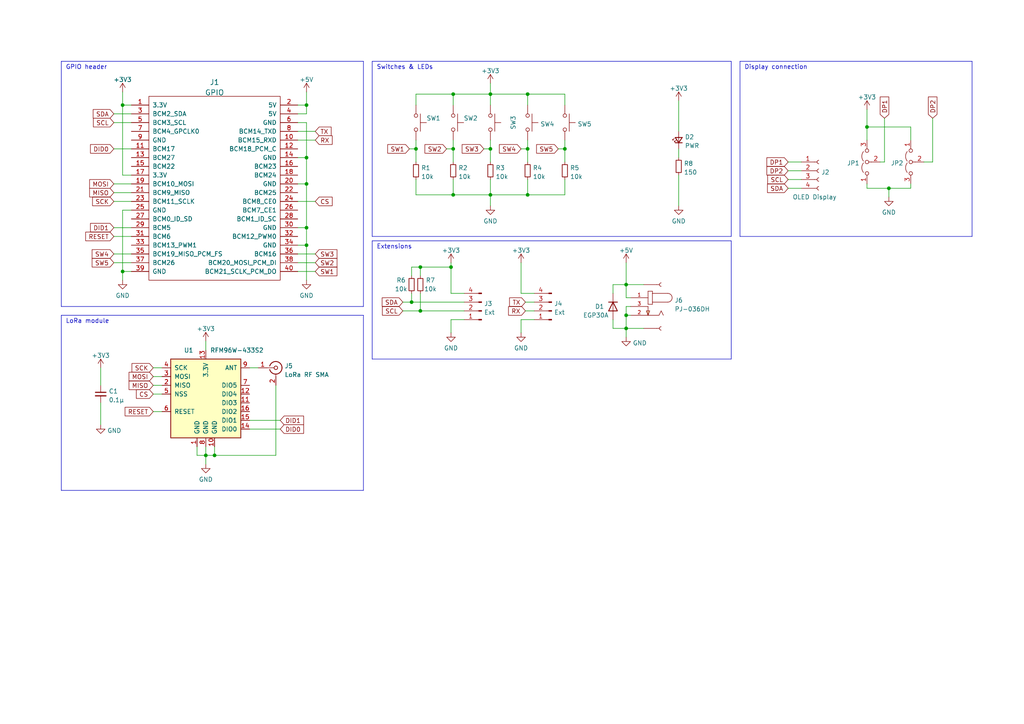
<source format=kicad_sch>
(kicad_sch (version 20230121) (generator eeschema)
  (paper "A4")
  (title_block (title "LoRa Raspberry Pi HAT") (date "2024-09-19") (rev "1.2") (company "SWISS-ARTG"))
  (lib_symbols
    (symbol "Conn_01x01_Female_1" (pin_numbers hide) (pin_names (offset 1.016) hide)
      (property "Reference" "J" (at 0 2.54 0))
      (property "Value" "Conn_01x01_Female_1" (at 0 -2.54 0))
      (symbol "Conn_01x01_Female_1_1_1"
        (polyline (pts (xy -1.27 0) (xy -0.508 0)) (stroke (width 0.1524)))
        (arc (start 0 0.508) (mid -0.5058 0) (end 0 -0.508) (stroke (width 0.1524)))
        (pin passive line (at -5.08 0 0) (length 3.81) (name "Pin_1") (number "1"))
      )
    )
    (symbol "Connector:Conn_01x01_Female" (pin_numbers hide) (pin_names (offset 1.016) hide)
      (property "Reference" "J" (at 0 2.54 0))
      (property "Value" "Conn_01x01_Female" (at 0 -2.54 0))
      (symbol "Conn_01x01_Female_1_1"
        (polyline (pts (xy -1.27 0) (xy -0.508 0)) (stroke (width 0.1524)))
        (arc (start 0 0.508) (mid -0.5058 0) (end 0 -0.508) (stroke (width 0.1524)))
        (pin passive line (at -5.08 0 0) (length 3.81) (name "Pin_1") (number "1"))
      )
    )
    (symbol "Connector:Conn_01x04_Female" (pin_names (offset 1.016) hide)
      (property "Reference" "J" (at 0 5.08 0))
      (property "Value" "Conn_01x04_Female" (at 0 -7.62 0))
      (symbol "Conn_01x04_Female_1_1"
        (arc (start 0 -4.572) (mid -0.5058 -5.08) (end 0 -5.588) (stroke (width 0.1524)))
        (arc (start 0 -2.032) (mid -0.5058 -2.54) (end 0 -3.048) (stroke (width 0.1524)))
        (polyline (pts (xy -1.27 -5.08) (xy -0.508 -5.08)) (stroke (width 0.1524)))
        (polyline (pts (xy -1.27 -2.54) (xy -0.508 -2.54)) (stroke (width 0.1524)))
        (polyline (pts (xy -1.27 0) (xy -0.508 0)) (stroke (width 0.1524)))
        (polyline (pts (xy -1.27 2.54) (xy -0.508 2.54)) (stroke (width 0.1524)))
        (arc (start 0 0.508) (mid -0.5058 0) (end 0 -0.508) (stroke (width 0.1524)))
        (arc (start 0 3.048) (mid -0.5058 2.54) (end 0 2.032) (stroke (width 0.1524)))
        (pin passive line (at -5.08 2.54 0) (length 3.81) (name "Pin_1") (number "1"))
        (pin passive line (at -5.08 0 0) (length 3.81) (name "Pin_2") (number "2"))
        (pin passive line (at -5.08 -2.54 0) (length 3.81) (name "Pin_3") (number "3"))
        (pin passive line (at -5.08 -5.08 0) (length 3.81) (name "Pin_4") (number "4"))
      )
    )
    (symbol "Connector:Conn_01x04_Male" (pin_names (offset 1.016) hide)
      (property "Reference" "J" (at 0 5.08 0))
      (property "Value" "Conn_01x04_Male" (at 0 -7.62 0))
      (symbol "Conn_01x04_Male_1_1"
        (polyline (pts (xy 1.27 -5.08) (xy 0.8636 -5.08)) (stroke (width 0.1524)))
        (polyline (pts (xy 1.27 -2.54) (xy 0.8636 -2.54)) (stroke (width 0.1524)))
        (polyline (pts (xy 1.27 0) (xy 0.8636 0)) (stroke (width 0.1524)))
        (polyline (pts (xy 1.27 2.54) (xy 0.8636 2.54)) (stroke (width 0.1524)))
        (rectangle (start 0.8636 -4.953) (end 0 -5.207) (stroke (width 0.1524)) (fill (type outline)))
        (rectangle (start 0.8636 -2.413) (end 0 -2.667) (stroke (width 0.1524)) (fill (type outline)))
        (rectangle (start 0.8636 0.127) (end 0 -0.127) (stroke (width 0.1524)) (fill (type outline)))
        (rectangle (start 0.8636 2.667) (end 0 2.413) (stroke (width 0.1524)) (fill (type outline)))
        (pin passive line (at 5.08 2.54 180) (length 3.81) (name "Pin_1") (number "1"))
        (pin passive line (at 5.08 0 180) (length 3.81) (name "Pin_2") (number "2"))
        (pin passive line (at 5.08 -2.54 180) (length 3.81) (name "Pin_3") (number "3"))
        (pin passive line (at 5.08 -5.08 180) (length 3.81) (name "Pin_4") (number "4"))
      )
    )
    (symbol "Connector:Conn_Coaxial" (pin_names (offset 1.016) hide)
      (property "Reference" "J" (at 0.254 3.048 0))
      (property "Value" "Conn_Coaxial" (at 2.921 0 90))
      (symbol "Conn_Coaxial_0_1"
        (arc (start -1.778 -0.508) (mid 0.222 -1.808) (end 1.778 0) (stroke (width 0.254)))
        (polyline (pts (xy -2.54 0) (xy -0.508 0)))
        (polyline (pts (xy 0 -2.54) (xy 0 -1.778)))
        (circle (center 0 0) (radius 0.508) (stroke (width 0.2032)))
        (arc (start 1.778 0) (mid 0.222 1.8083) (end -1.778 0.508) (stroke (width 0.254)))
      )
      (symbol "Conn_Coaxial_1_1"
        (pin passive line (at -5.08 0 0) (length 2.54) (name "In") (number "1"))
        (pin passive line (at 0 -5.08 90) (length 2.54) (name "Ext") (number "2"))
      )
    )
    (symbol "Device:C_Small" (pin_numbers hide) (pin_names (offset 0.254) hide)
      (property "Reference" "C" (at 0.254 1.778 0))
      (property "Value" "C_Small" (at 0.254 -2.032 0))
      (symbol "C_Small_0_1"
        (polyline (pts (xy -1.524 -0.508) (xy 1.524 -0.508)) (stroke (width 0.3302)))
        (polyline (pts (xy -1.524 0.508) (xy 1.524 0.508)) (stroke (width 0.3048)))
      )
      (symbol "C_Small_1_1"
        (pin passive line (at 0 2.54 270) (length 2.032) (name "~") (number "1"))
        (pin passive line (at 0 -2.54 90) (length 2.032) (name "~") (number "2"))
      )
    )
    (symbol "Device:LED_Small" (pin_numbers hide) (pin_names (offset 0.254) hide)
      (property "Reference" "D" (at -1.27 3.175 0))
      (property "Value" "LED_Small" (at -4.445 -2.54 0))
      (symbol "LED_Small_0_1"
        (polyline (pts (xy -0.762 -1.016) (xy -0.762 1.016)) (stroke (width 0.254)))
        (polyline (pts (xy 1.016 0) (xy -0.762 0)))
        (polyline (pts (xy 0.762 -1.016) (xy -0.762 0) (xy 0.762 1.016) (xy 0.762 -1.016)) (stroke (width 0.254)))
        (polyline (pts (xy 0 0.762) (xy -0.508 1.27) (xy -0.254 1.27) (xy -0.508 1.27) (xy -0.508 1.016)))
        (polyline (pts (xy 0.508 1.27) (xy 0 1.778) (xy 0.254 1.778) (xy 0 1.778) (xy 0 1.524)))
      )
      (symbol "LED_Small_1_1"
        (pin passive line (at -2.54 0 0) (length 1.778) (name "K") (number "1"))
        (pin passive line (at 2.54 0 180) (length 1.778) (name "A") (number "2"))
      )
    )
    (symbol "Device:R_Small" (pin_numbers hide) (pin_names (offset 0.254) hide)
      (property "Reference" "R" (at 0.762 0.508 0))
      (property "Value" "R_Small" (at 0.762 -1.016 0))
      (symbol "R_Small_0_1"
        (rectangle (start -0.762 1.778) (end 0.762 -1.778) (stroke (width 0.2032)))
      )
      (symbol "R_Small_1_1"
        (pin passive line (at 0 2.54 270) (length 0.762) (name "~") (number "1"))
        (pin passive line (at 0 -2.54 90) (length 0.762) (name "~") (number "2"))
      )
    )
    (symbol "DigiLink-Micro:PJ-036DH" (pin_names (offset 1.016) hide)
      (property "Reference" "J" (at -7.62 5.08 0))
      (property "Value" "PJ-036DH" (at -7.62 -5.08 0))
      (symbol "PJ-036DH_0_0"
        (arc (start -5.715 3.81) (mid -6.9795 2.54) (end -5.715 1.27) (stroke (width 0.1524)))
        (polyline (pts (xy -5.715 3.81) (xy -1.27 3.81)) (stroke (width 0.1524)))
        (polyline (pts (xy -3.81 -1.27) (xy -4.445 -2.54)) (stroke (width 0.1524)))
        (polyline (pts (xy -3.175 -2.54) (xy -3.81 -1.27)) (stroke (width 0.1524)))
        (polyline (pts (xy -1.27 0.635) (xy 0 0.635)) (stroke (width 0.1524)))
        (polyline (pts (xy -1.27 1.27) (xy -5.715 1.27)) (stroke (width 0.1524)))
        (polyline (pts (xy -1.27 1.27) (xy -1.27 0.635)) (stroke (width 0.1524)))
        (polyline (pts (xy -1.27 3.81) (xy -1.27 1.27)) (stroke (width 0.1524)))
        (polyline (pts (xy -1.27 4.445) (xy -1.27 3.81)) (stroke (width 0.1524)))
        (polyline (pts (xy 0 -2.54) (xy -3.175 -2.54)) (stroke (width 0.1524)))
        (polyline (pts (xy 0 0) (xy 0 -2.54)) (stroke (width 0.1524)))
        (polyline (pts (xy 0 0.635) (xy 0 4.445)) (stroke (width 0.1524)))
        (polyline (pts (xy 0 4.445) (xy -1.27 4.445)) (stroke (width 0.1524)))
        (polyline (pts (xy 0 -2.54) (xy -0.508 -1.27) (xy 0.508 -1.27) (xy 0 -2.54)) (stroke (width 0.1524)) (fill (type background)))
        (pin passive line (at 5.08 2.54 180) (length 5.08) (name "~") (number "1"))
        (pin passive line (at 5.08 -2.54 180) (length 5.08) (name "~") (number "2"))
        (pin passive line (at 5.08 0 180) (length 5.08) (name "~") (number "3"))
      )
    )
    (symbol "Diode:1N5400" (pin_numbers hide) (pin_names (offset 1.016) hide)
      (property "Reference" "D" (at 0 2.54 0))
      (property "Value" "1N5400" (at 0 -2.54 0))
      (symbol "1N5400_0_1"
        (polyline (pts (xy -1.27 1.27) (xy -1.27 -1.27)) (stroke (width 0.254)))
        (polyline (pts (xy 1.27 0) (xy -1.27 0)))
        (polyline (pts (xy 1.27 1.27) (xy 1.27 -1.27) (xy -1.27 0) (xy 1.27 1.27)) (stroke (width 0.254)))
      )
      (symbol "1N5400_1_1"
        (pin passive line (at -3.81 0 0) (length 2.54) (name "K") (number "1"))
        (pin passive line (at 3.81 0 180) (length 2.54) (name "A") (number "2"))
      )
    )
    (symbol "Jumper:Jumper_3_Open" (pin_names (offset 0) hide)
      (property "Reference" "JP" (at -2.54 -2.54 0))
      (property "Value" "Jumper_3_Open" (at 0 2.794 0))
      (symbol "Jumper_3_Open_0_0"
        (circle (center -3.302 0) (radius 0.508))
        (circle (center 0 0) (radius 0.508))
        (circle (center 3.302 0) (radius 0.508))
      )
      (symbol "Jumper_3_Open_0_1"
        (arc (start -0.254 1.016) (mid -1.651 1.4992) (end -3.048 1.016))
        (polyline (pts (xy 0 -0.508) (xy 0 -1.27)))
        (arc (start 3.048 1.016) (mid 1.651 1.4992) (end 0.254 1.016))
      )
      (symbol "Jumper_3_Open_1_1"
        (pin passive line (at -6.35 0 0) (length 2.54) (name "A") (number "1"))
        (pin passive line (at 0 -3.81 90) (length 2.54) (name "C") (number "2"))
        (pin passive line (at 6.35 0 180) (length 2.54) (name "B") (number "3"))
      )
    )
    (symbol "LoRa_Hat:RPi_GPIO" (pin_names (offset 1.016))
      (property "Reference" "J" (at 19.05 6.35 0))
      (property "Value" "RPi_GPIO" (at 19.05 3.81 0))
      (symbol "RPi_GPIO_0_1"
        (rectangle (start 0 2.54) (end 38.1 -50.8))
      )
      (symbol "RPi_GPIO_1_1"
        (pin power_in line (at -5.08 0 0) (length 5.08) (name "3.3V") (number "1"))
        (pin bidirectional line (at 43.18 -10.16 180) (length 5.08) (name "BCM15_RXD") (number "10"))
        (pin bidirectional line (at -5.08 -12.7 0) (length 5.08) (name "BCM17") (number "11"))
        (pin bidirectional line (at 43.18 -12.7 180) (length 5.08) (name "BCM18_PCM_C") (number "12"))
        (pin bidirectional line (at -5.08 -15.24 0) (length 5.08) (name "BCM27") (number "13"))
        (pin power_in line (at 43.18 -15.24 180) (length 5.08) (name "GND") (number "14"))
        (pin bidirectional line (at -5.08 -17.78 0) (length 5.08) (name "BCM22") (number "15"))
        (pin bidirectional line (at 43.18 -17.78 180) (length 5.08) (name "BCM23") (number "16"))
        (pin power_in line (at -5.08 -20.32 0) (length 5.08) (name "3.3V") (number "17"))
        (pin bidirectional line (at 43.18 -20.32 180) (length 5.08) (name "BCM24") (number "18"))
        (pin bidirectional line (at -5.08 -22.86 0) (length 5.08) (name "BCM10_MOSI") (number "19"))
        (pin power_in line (at 43.18 0 180) (length 5.08) (name "5V") (number "2"))
        (pin power_in line (at 43.18 -22.86 180) (length 5.08) (name "GND") (number "20"))
        (pin bidirectional line (at -5.08 -25.4 0) (length 5.08) (name "BCM9_MISO") (number "21"))
        (pin bidirectional line (at 43.18 -25.4 180) (length 5.08) (name "BCM25") (number "22"))
        (pin bidirectional line (at -5.08 -27.94 0) (length 5.08) (name "BCM11_SCLK") (number "23"))
        (pin bidirectional line (at 43.18 -27.94 180) (length 5.08) (name "BCM8_CE0") (number "24"))
        (pin power_in line (at -5.08 -30.48 0) (length 5.08) (name "GND") (number "25"))
        (pin bidirectional line (at 43.18 -30.48 180) (length 5.08) (name "BCM7_CE1") (number "26"))
        (pin bidirectional line (at -5.08 -33.02 0) (length 5.08) (name "BCM0_ID_SD") (number "27"))
        (pin bidirectional line (at 43.18 -33.02 180) (length 5.08) (name "BCM1_ID_SC") (number "28"))
        (pin bidirectional line (at -5.08 -35.56 0) (length 5.08) (name "BCM5") (number "29"))
        (pin bidirectional line (at -5.08 -2.54 0) (length 5.08) (name "BCM2_SDA") (number "3"))
        (pin power_in line (at 43.18 -35.56 180) (length 5.08) (name "GND") (number "30"))
        (pin bidirectional line (at -5.08 -38.1 0) (length 5.08) (name "BCM6") (number "31"))
        (pin bidirectional line (at 43.18 -38.1 180) (length 5.08) (name "BCM12_PWM0") (number "32"))
        (pin bidirectional line (at -5.08 -40.64 0) (length 5.08) (name "BCM13_PWM1") (number "33"))
        (pin power_in line (at 43.18 -40.64 180) (length 5.08) (name "GND") (number "34"))
        (pin bidirectional line (at -5.08 -43.18 0) (length 5.08) (name "BCM19_MISO_PCM_FS") (number "35"))
        (pin bidirectional line (at 43.18 -43.18 180) (length 5.08) (name "BCM16") (number "36"))
        (pin bidirectional line (at -5.08 -45.72 0) (length 5.08) (name "BCM26") (number "37"))
        (pin bidirectional line (at 43.18 -45.72 180) (length 5.08) (name "BCM20_MOSI_PCM_DI") (number "38"))
        (pin power_in line (at -5.08 -48.26 0) (length 5.08) (name "GND") (number "39"))
        (pin power_in line (at 43.18 -2.54 180) (length 5.08) (name "5V") (number "4"))
        (pin bidirectional line (at 43.18 -48.26 180) (length 5.08) (name "BCM21_SCLK_PCM_DO") (number "40"))
        (pin bidirectional line (at -5.08 -5.08 0) (length 5.08) (name "BCM3_SCL") (number "5"))
        (pin power_in line (at 43.18 -5.08 180) (length 5.08) (name "GND") (number "6"))
        (pin bidirectional line (at -5.08 -7.62 0) (length 5.08) (name "BCM4_GPCLK0") (number "7"))
        (pin bidirectional line (at 43.18 -7.62 180) (length 5.08) (name "BCM14_TXD") (number "8"))
        (pin power_in line (at -5.08 -10.16 0) (length 5.08) (name "GND") (number "9"))
      )
    )
    (symbol "RF_Module:RFM96W-433S2" (pin_names (offset 1.016))
      (property "Reference" "U" (at -10.414 11.684 0))
      (property "Value" "RFM96W-433S2" (at 1.524 11.43 0))
      (symbol "RFM96W-433S2_0_1"
        (rectangle (start -10.16 10.16) (end 10.16 -12.7) (stroke (width 0.254)) (fill (type background)))
      )
      (symbol "RFM96W-433S2_1_1"
        (pin power_in line (at -2.54 -15.24 90) (length 2.54) (name "GND") (number "1"))
        (pin power_in line (at 2.54 -15.24 90) (length 2.54) (name "GND") (number "10"))
        (pin bidirectional line (at 12.7 -2.54 180) (length 2.54) (name "DIO3") (number "11"))
        (pin bidirectional line (at 12.7 0 180) (length 2.54) (name "DIO4") (number "12"))
        (pin power_in line (at 0 12.7 270) (length 2.54) (name "3.3V") (number "13"))
        (pin bidirectional line (at 12.7 -10.16 180) (length 2.54) (name "DIO0") (number "14"))
        (pin bidirectional line (at 12.7 -7.62 180) (length 2.54) (name "DIO1") (number "15"))
        (pin bidirectional line (at 12.7 -5.08 180) (length 2.54) (name "DIO2") (number "16"))
        (pin output line (at -12.7 2.54 0) (length 2.54) (name "MISO") (number "2"))
        (pin input line (at -12.7 5.08 0) (length 2.54) (name "MOSI") (number "3"))
        (pin input line (at -12.7 7.62 0) (length 2.54) (name "SCK") (number "4"))
        (pin input line (at -12.7 0 0) (length 2.54) (name "NSS") (number "5"))
        (pin bidirectional line (at -12.7 -5.08 0) (length 2.54) (name "RESET") (number "6"))
        (pin bidirectional line (at 12.7 2.54 180) (length 2.54) (name "DIO5") (number "7"))
        (pin power_in line (at 0 -15.24 90) (length 2.54) (name "GND") (number "8"))
        (pin bidirectional line (at 12.7 7.62 180) (length 2.54) (name "ANT") (number "9"))
      )
    )
    (symbol "Switch:SW_Push" (pin_numbers hide) (pin_names (offset 1.016) hide)
      (property "Reference" "SW" (at 1.27 2.54 0))
      (property "Value" "SW_Push" (at 0 -1.524 0))
      (symbol "SW_Push_0_1"
        (circle (center -2.032 0) (radius 0.508))
        (polyline (pts (xy 0 1.27) (xy 0 3.048)))
        (polyline (pts (xy 2.54 1.27) (xy -2.54 1.27)))
        (circle (center 2.032 0) (radius 0.508))
        (pin passive line (at -5.08 0 0) (length 2.54) (name "1") (number "1"))
        (pin passive line (at 5.08 0 180) (length 2.54) (name "2") (number "2"))
      )
    )
    (symbol "power:+3.3V" (power) (pin_names (offset 0))
      (property "Value" "+3.3V" (at 0 3.556 0))
      (symbol "+3.3V_0_1"
        (polyline (pts (xy -0.762 1.27) (xy 0 2.54)))
        (polyline (pts (xy 0 0) (xy 0 2.54)))
        (polyline (pts (xy 0 2.54) (xy 0.762 1.27)))
      )
      (symbol "+3.3V_1_1"
        (pin power_in line (at 0 0 90) (length 0) hide (name "+3V3") (number "1"))
      )
    )
    (symbol "power:+5V" (power) (pin_names (offset 0))
      (property "Value" "+5V" (at 0 3.556 0))
      (symbol "+5V_0_1"
        (polyline (pts (xy -0.762 1.27) (xy 0 2.54)))
        (polyline (pts (xy 0 0) (xy 0 2.54)))
        (polyline (pts (xy 0 2.54) (xy 0.762 1.27)))
      )
      (symbol "+5V_1_1"
        (pin power_in line (at 0 0 90) (length 0) hide (name "+5V") (number "1"))
      )
    )
    (symbol "power:GND" (power) (pin_names (offset 0))
      (property "Value" "GND" (at 0 -3.81 0))
      (symbol "GND_0_1"
        (polyline (pts (xy 0 0) (xy 0 -1.27) (xy 1.27 -1.27) (xy 0 -2.54) (xy -1.27 -1.27) (xy 0 -1.27)))
      )
      (symbol "GND_1_1"
        (pin power_in line (at 0 0 270) (length 0) hide (name "GND") (number "1"))
      )
    )
  )
  (junction (at 62.23 132.08))
  (junction (at 88.9 66.04))
  (junction (at 88.9 30.48))
  (junction (at 181.61 91.44))
  (junction (at 142.24 43.18))
  (junction (at 131.445 27.305))
  (junction (at 142.24 56.515))
  (junction (at 153.035 43.18))
  (junction (at 142.24 27.305))
  (junction (at 121.92 90.17))
  (junction (at 131.445 43.18))
  (junction (at 121.92 77.47))
  (junction (at 153.035 56.515))
  (junction (at 119.38 87.63))
  (junction (at 88.9 53.34))
  (junction (at 153.035 27.305))
  (junction (at 181.61 95.25))
  (junction (at 35.56 78.74))
  (junction (at 59.69 132.08))
  (junction (at 181.61 82.55))
  (junction (at 131.445 56.515))
  (junction (at 120.65 43.18))
  (junction (at 35.56 30.48))
  (junction (at 251.46 36.83))
  (junction (at 257.81 54.61))
  (junction (at 130.81 77.47))
  (junction (at 88.9 45.72))
  (junction (at 163.83 43.18))
  (junction (at 88.9 71.12))
  (wire (pts (xy 86.36 58.42) (xy 91.44 58.42)))
  (wire (pts (xy 151.13 92.71) (xy 154.94 92.71)))
  (wire (pts (xy 153.035 27.305) (xy 153.035 30.48)))
  (wire (pts (xy 118.745 43.18) (xy 120.65 43.18)))
  (wire (pts (xy 59.69 129.54) (xy 59.69 132.08)))
  (wire (pts (xy 86.36 33.02) (xy 88.9 33.02)))
  (wire (pts (xy 88.9 45.72) (xy 88.9 53.34)))
  (wire (pts (xy 119.38 87.63) (xy 134.62 87.63)))
  (wire (pts (xy 177.8 82.55) (xy 181.61 82.55)))
  (polyline (pts (xy 17.78 91.44) (xy 20.32 91.44)))
  (polyline (pts (xy 105.41 91.44) (xy 105.41 142.24)))
  (wire (pts (xy 88.9 33.02) (xy 88.9 30.48)))
  (wire (pts (xy 33.02 55.88) (xy 38.1 55.88)))
  (wire (pts (xy 142.24 27.305) (xy 142.24 30.48)))
  (wire (pts (xy 181.61 82.55) (xy 181.61 86.36)))
  (wire (pts (xy 80.01 132.08) (xy 62.23 132.08)))
  (wire (pts (xy 257.81 54.61) (xy 264.16 54.61)))
  (wire (pts (xy 228.6 49.53) (xy 232.41 49.53)))
  (wire (pts (xy 33.02 43.18) (xy 38.1 43.18)))
  (wire (pts (xy 181.61 82.55) (xy 186.69 82.55)))
  (polyline (pts (xy 107.95 17.78) (xy 212.09 17.78)))
  (wire (pts (xy 120.65 56.515) (xy 131.445 56.515)))
  (wire (pts (xy 35.56 78.74) (xy 38.1 78.74)))
  (wire (pts (xy 153.035 27.305) (xy 163.83 27.305)))
  (wire (pts (xy 142.24 56.515) (xy 153.035 56.515)))
  (wire (pts (xy 142.24 56.515) (xy 142.24 59.69)))
  (wire (pts (xy 182.88 88.9) (xy 181.61 88.9)))
  (wire (pts (xy 35.56 50.8) (xy 38.1 50.8)))
  (wire (pts (xy 35.56 60.96) (xy 35.56 78.74)))
  (wire (pts (xy 251.46 36.83) (xy 251.46 40.64)))
  (wire (pts (xy 120.65 43.18) (xy 120.65 46.99)))
  (wire (pts (xy 121.92 77.47) (xy 130.81 77.47)))
  (wire (pts (xy 140.335 43.18) (xy 142.24 43.18)))
  (polyline (pts (xy 212.09 17.78) (xy 212.09 68.58)))
  (wire (pts (xy 257.81 54.61) (xy 257.81 57.15)))
  (wire (pts (xy 88.9 35.56) (xy 88.9 45.72)))
  (wire (pts (xy 59.69 132.08) (xy 59.69 134.62)))
  (wire (pts (xy 119.38 80.01) (xy 119.38 77.47)))
  (wire (pts (xy 72.39 121.92) (xy 81.28 121.92)))
  (wire (pts (xy 35.56 30.48) (xy 38.1 30.48)))
  (polyline (pts (xy 214.63 68.58) (xy 214.63 17.78)))
  (wire (pts (xy 251.46 53.34) (xy 251.46 54.61)))
  (wire (pts (xy 251.46 31.75) (xy 251.46 36.83)))
  (wire (pts (xy 33.02 33.02) (xy 38.1 33.02)))
  (wire (pts (xy 121.92 85.09) (xy 121.92 90.17)))
  (wire (pts (xy 142.24 27.305) (xy 153.035 27.305)))
  (wire (pts (xy 130.81 96.52) (xy 130.81 92.71)))
  (polyline (pts (xy 19.05 17.78) (xy 105.41 17.78)))
  (wire (pts (xy 255.27 46.99) (xy 256.54 46.99)))
  (polyline (pts (xy 212.09 104.14) (xy 107.95 104.14)))
  (wire (pts (xy 130.81 92.71) (xy 134.62 92.71)))
  (wire (pts (xy 86.36 30.48) (xy 88.9 30.48)))
  (wire (pts (xy 163.83 43.18) (xy 163.83 46.99)))
  (wire (pts (xy 196.85 29.21) (xy 196.85 38.1)))
  (wire (pts (xy 86.36 71.12) (xy 88.9 71.12)))
  (wire (pts (xy 33.02 58.42) (xy 38.1 58.42)))
  (wire (pts (xy 33.02 53.34) (xy 38.1 53.34)))
  (wire (pts (xy 153.035 40.64) (xy 153.035 43.18)))
  (polyline (pts (xy 217.17 17.78) (xy 281.94 17.78)))
  (wire (pts (xy 264.16 54.61) (xy 264.16 53.34)))
  (wire (pts (xy 33.02 68.58) (xy 38.1 68.58)))
  (wire (pts (xy 119.38 85.09) (xy 119.38 87.63)))
  (wire (pts (xy 152.4 90.17) (xy 154.94 90.17)))
  (wire (pts (xy 35.56 30.48) (xy 35.56 50.8)))
  (polyline (pts (xy 17.78 17.78) (xy 19.05 17.78)))
  (polyline (pts (xy 105.41 88.9) (xy 17.78 88.9)))
  (wire (pts (xy 196.85 50.8) (xy 196.85 59.69)))
  (wire (pts (xy 228.6 52.07) (xy 232.41 52.07)))
  (wire (pts (xy 181.61 76.2) (xy 181.61 82.55)))
  (wire (pts (xy 86.36 45.72) (xy 88.9 45.72)))
  (wire (pts (xy 116.84 90.17) (xy 121.92 90.17)))
  (wire (pts (xy 88.9 66.04) (xy 88.9 71.12)))
  (wire (pts (xy 151.13 43.18) (xy 153.035 43.18)))
  (polyline (pts (xy 212.09 69.85) (xy 212.09 104.14)))
  (wire (pts (xy 88.9 30.48) (xy 88.9 26.67)))
  (wire (pts (xy 142.24 40.64) (xy 142.24 43.18)))
  (wire (pts (xy 151.13 85.09) (xy 154.94 85.09)))
  (polyline (pts (xy 105.41 17.78) (xy 105.41 88.9)))
  (wire (pts (xy 120.65 52.07) (xy 120.65 56.515)))
  (polyline (pts (xy 20.32 91.44) (xy 105.41 91.44)))
  (wire (pts (xy 256.54 46.99) (xy 256.54 34.29)))
  (polyline (pts (xy 214.63 17.78) (xy 217.17 17.78)))
  (wire (pts (xy 181.61 86.36) (xy 182.88 86.36)))
  (wire (pts (xy 151.13 96.52) (xy 151.13 92.71)))
  (wire (pts (xy 181.61 95.25) (xy 181.61 97.79)))
  (wire (pts (xy 121.92 77.47) (xy 121.92 80.01)))
  (wire (pts (xy 153.035 43.18) (xy 153.035 46.99)))
  (wire (pts (xy 163.83 40.64) (xy 163.83 43.18)))
  (wire (pts (xy 72.39 124.46) (xy 81.28 124.46)))
  (wire (pts (xy 177.8 92.71) (xy 177.8 95.25)))
  (polyline (pts (xy 107.95 69.85) (xy 130.81 69.85)))
  (wire (pts (xy 33.02 35.56) (xy 38.1 35.56)))
  (wire (pts (xy 142.24 43.18) (xy 142.24 46.99)))
  (wire (pts (xy 116.84 87.63) (xy 119.38 87.63)))
  (wire (pts (xy 86.36 76.2) (xy 91.44 76.2)))
  (wire (pts (xy 35.56 81.28) (xy 35.56 78.74)))
  (wire (pts (xy 44.45 119.38) (xy 46.99 119.38)))
  (wire (pts (xy 62.23 132.08) (xy 59.69 132.08)))
  (wire (pts (xy 131.445 40.64) (xy 131.445 43.18)))
  (polyline (pts (xy 107.95 104.14) (xy 107.95 69.85)))
  (wire (pts (xy 120.65 40.64) (xy 120.65 43.18)))
  (wire (pts (xy 131.445 27.305) (xy 142.24 27.305)))
  (wire (pts (xy 181.61 91.44) (xy 182.88 91.44)))
  (wire (pts (xy 86.36 66.04) (xy 88.9 66.04)))
  (wire (pts (xy 44.45 106.68) (xy 46.99 106.68)))
  (wire (pts (xy 29.21 106.68) (xy 29.21 111.76)))
  (wire (pts (xy 177.8 85.09) (xy 177.8 82.55)))
  (wire (pts (xy 163.83 27.305) (xy 163.83 30.48)))
  (wire (pts (xy 130.81 76.2) (xy 130.81 77.47)))
  (wire (pts (xy 153.035 52.07) (xy 153.035 56.515)))
  (wire (pts (xy 35.56 26.67) (xy 35.56 30.48)))
  (wire (pts (xy 181.61 91.44) (xy 181.61 95.25)))
  (wire (pts (xy 161.925 43.18) (xy 163.83 43.18)))
  (polyline (pts (xy 17.78 88.9) (xy 17.78 17.78)))
  (wire (pts (xy 86.36 35.56) (xy 88.9 35.56)))
  (wire (pts (xy 142.24 52.07) (xy 142.24 56.515)))
  (wire (pts (xy 72.39 106.68) (xy 74.93 106.68)))
  (wire (pts (xy 33.02 76.2) (xy 38.1 76.2)))
  (polyline (pts (xy 17.78 91.44) (xy 17.78 142.24)))
  (wire (pts (xy 86.36 78.74) (xy 91.44 78.74)))
  (wire (pts (xy 251.46 36.83) (xy 264.16 36.83)))
  (wire (pts (xy 228.6 46.99) (xy 232.41 46.99)))
  (wire (pts (xy 129.54 43.18) (xy 131.445 43.18)))
  (wire (pts (xy 120.65 30.48) (xy 120.65 27.305)))
  (wire (pts (xy 152.4 87.63) (xy 154.94 87.63)))
  (wire (pts (xy 62.23 129.54) (xy 62.23 132.08)))
  (wire (pts (xy 88.9 71.12) (xy 88.9 81.28)))
  (wire (pts (xy 130.81 77.47) (xy 130.81 85.09)))
  (wire (pts (xy 267.97 46.99) (xy 270.51 46.99)))
  (wire (pts (xy 86.36 38.1) (xy 91.44 38.1)))
  (wire (pts (xy 153.035 56.515) (xy 163.83 56.515)))
  (wire (pts (xy 33.02 73.66) (xy 38.1 73.66)))
  (polyline (pts (xy 212.09 68.58) (xy 107.95 68.58)))
  (polyline (pts (xy 107.95 17.78) (xy 107.95 68.58)))
  (wire (pts (xy 251.46 54.61) (xy 257.81 54.61)))
  (wire (pts (xy 33.02 66.04) (xy 38.1 66.04)))
  (wire (pts (xy 86.36 40.64) (xy 91.44 40.64)))
  (wire (pts (xy 86.36 53.34) (xy 88.9 53.34)))
  (wire (pts (xy 151.13 76.2) (xy 151.13 85.09)))
  (wire (pts (xy 29.21 116.84) (xy 29.21 123.19)))
  (wire (pts (xy 130.81 85.09) (xy 134.62 85.09)))
  (wire (pts (xy 131.445 52.07) (xy 131.445 56.515)))
  (wire (pts (xy 44.45 114.3) (xy 46.99 114.3)))
  (wire (pts (xy 44.45 111.76) (xy 46.99 111.76)))
  (wire (pts (xy 119.38 77.47) (xy 121.92 77.47)))
  (wire (pts (xy 228.6 54.61) (xy 232.41 54.61)))
  (wire (pts (xy 270.51 46.99) (xy 270.51 34.29)))
  (wire (pts (xy 181.61 88.9) (xy 181.61 91.44)))
  (wire (pts (xy 59.69 132.08) (xy 57.15 132.08)))
  (polyline (pts (xy 281.94 17.78) (xy 281.94 68.58)))
  (wire (pts (xy 196.85 43.18) (xy 196.85 45.72)))
  (wire (pts (xy 121.92 90.17) (xy 134.62 90.17)))
  (wire (pts (xy 120.65 27.305) (xy 131.445 27.305)))
  (polyline (pts (xy 105.41 142.24) (xy 17.78 142.24)))
  (wire (pts (xy 163.83 52.07) (xy 163.83 56.515)))
  (wire (pts (xy 57.15 132.08) (xy 57.15 129.54)))
  (wire (pts (xy 88.9 53.34) (xy 88.9 66.04)))
  (wire (pts (xy 177.8 95.25) (xy 181.61 95.25)))
  (wire (pts (xy 131.445 43.18) (xy 131.445 46.99)))
  (wire (pts (xy 131.445 27.305) (xy 131.445 30.48)))
  (wire (pts (xy 59.69 98.933) (xy 59.69 101.6)))
  (wire (pts (xy 38.1 60.96) (xy 35.56 60.96)))
  (polyline (pts (xy 130.81 69.85) (xy 212.09 69.85)))
  (wire (pts (xy 131.445 56.515) (xy 142.24 56.515)))
  (wire (pts (xy 142.24 24.13) (xy 142.24 27.305)))
  (wire (pts (xy 181.61 95.25) (xy 186.69 95.25)))
  (wire (pts (xy 264.16 36.83) (xy 264.16 40.64)))
  (wire (pts (xy 44.45 109.22) (xy 46.99 109.22)))
  (wire (pts (xy 86.36 73.66) (xy 91.44 73.66)))
  (polyline (pts (xy 281.94 68.58) (xy 214.63 68.58)))
  (wire (pts (xy 80.01 111.76) (xy 80.01 132.08)))
  (text "LoRa module" (at 19.05 93.98 0) (effects (font (size 1.27 1.27)) (justify left bottom)))
  (text "GPIO header" (at 19.05 20.32 0) (effects (font (size 1.27 1.27)) (justify left bottom)))
  (text "Switches & LEDs" (at 109.22 20.32 0) (effects (font (size 1.27 1.27)) (justify left bottom)))
  (text "Display connection" (at 215.9 20.32 0) (effects (font (size 1.27 1.27)) (justify left bottom)))
  (text "Extensions" (at 109.22 72.39 0) (effects (font (size 1.27 1.27)) (justify left bottom)))
  (global_label "SDA" (shape input) (at 116.84 87.63 180) (property "Intersheetrefs" "${INTERSHEET_REFS}" (effects hide)))
  (global_label "MOSI" (shape input) (at 44.45 109.22 180) (property "Intersheetrefs" "${INTERSHEET_REFS}" (effects hide)))
  (global_label "RX" (shape input) (at 91.44 40.64 0) (property "Intersheetrefs" "${INTERSHEET_REFS}" (effects hide)))
  (global_label "SCL" (shape input) (at 228.6 52.07 180) (property "Intersheetrefs" "${INTERSHEET_REFS}" (effects hide)))
  (global_label "CS" (shape input) (at 91.44 58.42 0) (property "Intersheetrefs" "${INTERSHEET_REFS}" (effects hide)))
  (global_label "MOSI" (shape input) (at 33.02 53.34 180) (property "Intersheetrefs" "${INTERSHEET_REFS}" (effects hide)))
  (global_label "DP1" (shape input) (at 228.6 46.99 180) (property "Intersheetrefs" "${INTERSHEET_REFS}" (effects hide)))
  (global_label "SDA" (shape input) (at 33.02 33.02 180) (property "Intersheetrefs" "${INTERSHEET_REFS}" (effects hide)))
  (global_label "DID0" (shape input) (at 33.02 43.18 180) (property "Intersheetrefs" "${INTERSHEET_REFS}" (effects hide)))
  (global_label "SCK" (shape input) (at 33.02 58.42 180) (property "Intersheetrefs" "${INTERSHEET_REFS}" (effects hide)))
  (global_label "DID0" (shape input) (at 81.28 124.46 0) (property "Intersheetrefs" "${INTERSHEET_REFS}" (effects hide)))
  (global_label "DP2" (shape input) (at 228.6 49.53 180) (property "Intersheetrefs" "${INTERSHEET_REFS}" (effects hide)))
  (global_label "CS" (shape input) (at 44.45 114.3 180) (property "Intersheetrefs" "${INTERSHEET_REFS}" (effects hide)))
  (global_label "SCL" (shape input) (at 116.84 90.17 180) (property "Intersheetrefs" "${INTERSHEET_REFS}" (effects hide)))
  (global_label "SW3" (shape input) (at 91.44 73.66 0) (property "Intersheetrefs" "${INTERSHEET_REFS}" (effects hide)))
  (global_label "SW5" (shape input) (at 33.02 76.2 180) (property "Intersheetrefs" "${INTERSHEET_REFS}" (effects hide)))
  (global_label "SW2" (shape input) (at 129.54 43.18 180) (property "Intersheetrefs" "${INTERSHEET_REFS}" (effects hide)))
  (global_label "SCK" (shape input) (at 44.45 106.68 180) (property "Intersheetrefs" "${INTERSHEET_REFS}" (effects hide)))
  (global_label "SW1" (shape input) (at 91.44 78.74 0) (property "Intersheetrefs" "${INTERSHEET_REFS}" (effects hide)))
  (global_label "RX" (shape input) (at 152.4 90.17 180) (property "Intersheetrefs" "${INTERSHEET_REFS}" (effects hide)))
  (global_label "SCL" (shape input) (at 33.02 35.56 180) (property "Intersheetrefs" "${INTERSHEET_REFS}" (effects hide)))
  (global_label "RESET" (shape input) (at 44.45 119.38 180) (property "Intersheetrefs" "${INTERSHEET_REFS}" (effects hide)))
  (global_label "TX" (shape input) (at 91.44 38.1 0) (property "Intersheetrefs" "${INTERSHEET_REFS}" (effects hide)))
  (global_label "SW5" (shape input) (at 161.925 43.18 180) (property "Intersheetrefs" "${INTERSHEET_REFS}" (effects hide)))
  (global_label "TX" (shape input) (at 152.4 87.63 180) (property "Intersheetrefs" "${INTERSHEET_REFS}" (effects hide)))
  (global_label "MISO" (shape input) (at 44.45 111.76 180) (property "Intersheetrefs" "${INTERSHEET_REFS}" (effects hide)))
  (global_label "SW4" (shape input) (at 151.13 43.18 180) (property "Intersheetrefs" "${INTERSHEET_REFS}" (effects hide)))
  (global_label "SW1" (shape input) (at 118.745 43.18 180) (property "Intersheetrefs" "${INTERSHEET_REFS}" (effects hide)))
  (global_label "SW3" (shape input) (at 140.335 43.18 180) (property "Intersheetrefs" "${INTERSHEET_REFS}" (effects hide)))
  (global_label "DP1" (shape input) (at 256.54 34.29 90) (property "Intersheetrefs" "${INTERSHEET_REFS}" (effects hide)))
  (global_label "SW4" (shape input) (at 33.02 73.66 180) (property "Intersheetrefs" "${INTERSHEET_REFS}" (effects hide)))
  (global_label "MISO" (shape input) (at 33.02 55.88 180) (property "Intersheetrefs" "${INTERSHEET_REFS}" (effects hide)))
  (global_label "DID1" (shape input) (at 33.02 66.04 180) (property "Intersheetrefs" "${INTERSHEET_REFS}" (effects hide)))
  (global_label "RESET" (shape input) (at 33.02 68.58 180) (property "Intersheetrefs" "${INTERSHEET_REFS}" (effects hide)))
  (global_label "SW2" (shape input) (at 91.44 76.2 0) (property "Intersheetrefs" "${INTERSHEET_REFS}" (effects hide)))
  (global_label "SDA" (shape input) (at 228.6 54.61 180) (property "Intersheetrefs" "${INTERSHEET_REFS}" (effects hide)))
  (global_label "DP2" (shape input) (at 270.51 34.29 90) (property "Intersheetrefs" "${INTERSHEET_REFS}" (effects hide)))
  (global_label "DID1" (shape input) (at 81.28 121.92 0) (property "Intersheetrefs" "${INTERSHEET_REFS}" (effects hide)))
  (symbol (lib_id "Connector:Conn_01x04_Male") (at 160.02 90.17 180) (unit 1)
    (property "Reference" "J4" (at 160.7312 88.0653 0) (effects (justify right)))
    (property "Value" "Ext" (at 160.7312 90.6022 0) (effects (justify right)))
    (property "Footprint" "Connector_PinHeader_2.54mm:PinHeader_1x04_P2.54mm_Horizontal" (effects hide))
    (property "Price" "0.23" (effects hide))
    (property "Digikey Part No." "952-1965-ND" (effects hide))
    (property "MANUFACTURER" "Harwin" (effects hide))
    (property "Manufacturer Part No." "M20-9750446" (effects hide))
    (property "Mouser Part No." "855-M20-9750446" (effects hide))
  )
  (symbol (lib_id "Device:R_Small") (at 163.83 49.53 0) (unit 1)
    (property "Reference" "R5" (at 165.3286 48.6953 0) (effects (justify left)))
    (property "Value" "10k" (at 165.3286 51.2322 0) (effects (justify left)))
    (property "Footprint" "Footprints:R_Axial_DIN0207_L6.3mm_D2.5mm_P7.62mm_Horizontal" (effects hide))
    (property "LCSC Part Number" "C25819" (effects hide))
    (property "Price" "0.10" (effects hide))
    (property "Digikey Part No." "A105985CT-ND" (effects hide))
    (property "MANUFACTURER" "TE Connectivity" (effects hide))
    (property "Manufacturer Part No." "CFR25J10K" (effects hide))
    (property "Mouser Part No." "279-CFR25J10K" (effects hide))
  )
  (symbol (lib_id "Switch:SW_Push") (at 142.24 35.56 270) (unit 1)
    (property "Reference" "SW3" (at 148.8608 35.56 0))
    (property "Value" "SW_Push" (effects hide))
    (property "Footprint" "Button_Switch_THT:SW_PUSH_6mm_H4.3mm" (effects hide))
    (property "Price" "0.10" (effects hide))
    (property "Digikey Part No." "2223-TS02-66-50-BK-100-SCR-D-ND" (effects hide))
    (property "MANUFACTURER" "CUI Devices" (effects hide))
    (property "Manufacturer Part No." "TS02-66-50-BK-100-SCR-D " (effects hide))
    (property "Mouser Part No." "179-TS026650BK100SCR" (effects hide))
  )
  (symbol (lib_id "Jumper:Jumper_3_Open") (at 251.46 46.99 90) (unit 1)
    (property "Reference" "JP1" (at 249.3258 47.3068 90) (effects (justify left)))
    (property "Value" "Jumper_3_Bridged12" (effects hide))
    (property "Footprint" "Jumper:SolderJumper-3_P1.3mm_Open_RoundedPad1.0x1.5mm" (effects hide))
    (property "MANUFACTURER" "PCB pads" (effects hide))
  )
  (symbol (lib_id "Device:R_Small") (at 119.38 82.55 0) (unit 1)
    (property "Reference" "R6" (at 116.332 81.28 0))
    (property "Value" "10k" (at 116.332 83.82 0))
    (property "Footprint" "Footprints:R_Axial_DIN0207_L6.3mm_D2.5mm_P7.62mm_Horizontal" (effects hide))
    (property "LCSC Part Number" "C25804" (effects hide))
    (property "Price" "0.10" (effects hide))
    (property "Digikey Part No." "A105985CT-ND" (effects hide))
    (property "MANUFACTURER" "TE Connectivity" (effects hide))
    (property "Manufacturer Part No." "CFR25J10K" (effects hide))
    (property "Mouser Part No." "279-CFR25J10K" (effects hide))
  )
  (symbol (lib_id "power:GND") (at 181.61 97.79 0) (mirror y) (unit 1)
    (property "Reference" "#PWR0115" (effects hide))
    (property "Value" "GND" (at 183.515 99.4938 0) (effects (justify right)))
  )
  (symbol (lib_id "power:GND") (at 35.56 81.28 0) (unit 1)
    (property "Reference" "#PWR0105" (effects hide))
    (property "Value" "GND" (at 35.56 85.7234 0))
  )
  (symbol (lib_id "power:+5V") (at 88.9 26.67 0) (unit 1)
    (property "Reference" "#PWR0111" (effects hide))
    (property "Value" "+5V" (at 88.9 23.0942 0))
  )
  (symbol (lib_id "Device:R_Small") (at 120.65 49.53 0) (unit 1)
    (property "Reference" "R1" (at 122.1486 48.6953 0) (effects (justify left)))
    (property "Value" "10k" (at 122.1486 51.2322 0) (effects (justify left)))
    (property "Footprint" "Footprints:R_Axial_DIN0207_L6.3mm_D2.5mm_P7.62mm_Horizontal" (effects hide))
    (property "LCSC Part Number" "C25819" (effects hide))
    (property "Price" "0.10" (effects hide))
    (property "Digikey Part No." "A105985CT-ND" (effects hide))
    (property "MANUFACTURER" "TE Connectivity" (effects hide))
    (property "Manufacturer Part No." "CFR25J10K" (effects hide))
    (property "Mouser Part No." "279-CFR25J10K" (effects hide))
  )
  (symbol (lib_id "power:GND") (at 257.81 57.15 0) (unit 1)
    (property "Reference" "#PWR0103" (effects hide))
    (property "Value" "GND" (at 257.81 61.5934 0))
  )
  (symbol (lib_id "LoRa_Hat:RPi_GPIO") (at 43.18 30.48 0) (unit 1)
    (property "Reference" "J1" (at 62.23 23.8559 0) (effects (font (size 1.524 1.524))))
    (property "Value" "GPIO" (at 62.23 26.8493 0) (effects (font (size 1.524 1.524))))
    (property "Footprint" "Connector_PinSocket_2.54mm:PinSocket_2x20_P2.54mm_Vertical" (effects hide))
    (property "Price" "2.20" (effects hide))
    (property "Digikey Part No." "S6104-ND" (effects hide))
    (property "MANUFACTURER" "Wurth Electronics / TE Connectivity AMP Connectors" (effects hide))
    (property "Manufacturer Part No." "61304021821 / PPTC202LFBN-RC" (effects hide))
    (property "Mouser Part No." "710-61304021821" (effects hide))
  )
  (symbol (lib_id "Jumper:Jumper_3_Open") (at 264.16 46.99 90) (mirror x) (unit 1)
    (property "Reference" "JP2" (at 262.0258 47.3068 90) (effects (justify left)))
    (property "Value" "Jumper_3_Bridged12" (effects hide))
    (property "Footprint" "Jumper:SolderJumper-3_P1.3mm_Open_RoundedPad1.0x1.5mm" (effects hide))
    (property "MANUFACTURER" "PCB pads" (effects hide))
  )
  (symbol (lib_id "power:+3.3V") (at 59.69 98.933 0) (unit 1)
    (property "Reference" "#PWR0108" (effects hide))
    (property "Value" "+3.3V" (at 59.69 95.3572 0))
  )
  (symbol (lib_id "Connector:Conn_01x01_Female") (at 191.77 95.25 0) (unit 1)
    (property "Reference" "J8" (effects hide))
    (property "Value" "Conn_01x01_Female" (effects hide))
    (property "Footprint" "Footprints:SolderWire" (effects hide))
    (property "MANUFACTURER" "PCB pads" (effects hide))
  )
  (symbol (lib_id "Device:LED_Small") (at 196.85 40.64 90) (unit 1)
    (property "Reference" "D2" (at 198.628 39.7418 90) (effects (justify right)))
    (property "Value" "PWR" (at 198.628 42.2787 90) (effects (justify right)))
    (property "Footprint" "Footprints:LED_D3.0mm" (effects hide))
    (property "Price" "0.55" (effects hide))
    (property "Digikey Part No." "751-1101-ND" (effects hide))
    (property "MANUFACTURER" "Vishay Semiconductors" (effects hide))
    (property "Manufacturer Part No." "TLHG4405" (effects hide))
    (property "Mouser Part No." "78-TLHG4405" (effects hide))
  )
  (symbol (lib_id "power:GND") (at 59.69 134.62 0) (unit 1)
    (property "Reference" "#PWR0107" (effects hide))
    (property "Value" "GND" (at 59.69 139.0634 0))
  )
  (symbol (lib_id "power:+3.3V") (at 29.21 106.68 0) (unit 1)
    (property "Reference" "#PWR0109" (effects hide))
    (property "Value" "+3.3V" (at 29.21 103.1042 0))
  )
  (symbol (lib_id "power:GND") (at 196.85 59.69 0) (unit 1)
    (property "Reference" "#PWR0112" (effects hide))
    (property "Value" "GND" (at 196.85 64.1334 0))
  )
  (symbol (lib_id "power:+5V") (at 181.61 76.2 0) (unit 1)
    (property "Reference" "#PWR0114" (effects hide))
    (property "Value" "+5V" (at 181.61 72.6242 0))
  )
  (symbol (lib_id "Switch:SW_Push") (at 163.83 35.56 270) (unit 1)
    (property "Reference" "SW5" (at 167.513 35.9938 90) (effects (justify left)))
    (property "Value" "SW_Push" (effects hide))
    (property "Footprint" "Button_Switch_THT:SW_PUSH_6mm_H4.3mm" (effects hide))
    (property "Price" "0.10" (effects hide))
    (property "Digikey Part No." "2223-TS02-66-50-BK-100-SCR-D-ND" (effects hide))
    (property "MANUFACTURER" "CUI Devices" (effects hide))
    (property "Manufacturer Part No." "TS02-66-50-BK-100-SCR-D " (effects hide))
    (property "Mouser Part No." "179-TS026650BK100SCR" (effects hide))
  )
  (symbol (lib_id "power:GND") (at 142.24 59.69 0) (unit 1)
    (property "Reference" "#PWR0101" (effects hide))
    (property "Value" "GND" (at 142.24 64.1334 0))
  )
  (symbol (lib_id "Device:R_Small") (at 121.92 82.55 0) (unit 1)
    (property "Reference" "R7" (at 124.841 81.28 0))
    (property "Value" "10k" (at 124.841 83.82 0))
    (property "Footprint" "Footprints:R_Axial_DIN0207_L6.3mm_D2.5mm_P7.62mm_Horizontal" (effects hide))
    (property "LCSC Part Number" "C25804" (effects hide))
    (property "Price" "0.10" (effects hide))
    (property "Digikey Part No." "A105985CT-ND" (effects hide))
    (property "MANUFACTURER" "TE Connectivity" (effects hide))
    (property "Manufacturer Part No." "CFR25J10K" (effects hide))
    (property "Mouser Part No." "279-CFR25J10K" (effects hide))
  )
  (symbol (lib_id "power:GND") (at 151.13 96.52 0) (unit 1)
    (property "Reference" "#PWR0117" (effects hide))
    (property "Value" "GND" (at 151.13 100.9634 0))
  )
  (symbol (lib_id "Device:C_Small") (at 29.21 114.3 0) (unit 1)
    (property "Reference" "C1" (at 31.5341 113.4716 0) (effects (justify left)))
    (property "Value" "0.1µ" (at 31.5341 116.0085 0) (effects (justify left)))
    (property "Footprint" "Capacitor_THT:C_Disc_D3.8mm_W2.6mm_P2.50mm" (effects hide))
    (property "LCSC Part Number" "C14663" (effects hide))
    (property "Price" "0.5" (effects hide))
    (property "Digikey Part No." "490-11885-ND" (effects hide))
    (property "MANUFACTURER" "Murata Electronics" (effects hide))
    (property "Manufacturer Part No." "RCER71H104K0A2H03B" (effects hide))
    (property "Mouser Part No." "81-RCER71H104K0A2H3B" (effects hide))
  )
  (symbol (lib_id "power:+3.3V") (at 35.56 26.67 0) (unit 1)
    (property "Reference" "#PWR0106" (effects hide))
    (property "Value" "+3.3V" (at 35.56 23.0942 0))
  )
  (symbol (lib_id "power:+3.3V") (at 151.13 76.2 0) (unit 1)
    (property "Reference" "#PWR0118" (effects hide))
    (property "Value" "+3.3V" (at 151.13 72.6242 0))
  )
  (symbol (lib_id "Connector:Conn_Coaxial") (at 80.01 106.68 0) (unit 1)
    (property "Reference" "J5" (at 82.5501 106.1385 0) (effects (justify left)))
    (property "Value" "LoRa RF SMA" (at 82.5501 108.6754 0) (effects (justify left)))
    (property "Footprint" "Footprints:SMA_RFSolutions_EDGE" (effects hide))
    (property "Datasheet" " ~" (effects hide))
    (property "MANUFACTURER" "Im Bausatz" (effects hide))
  )
  (symbol (lib_id "DigiLink-Micro:PJ-036DH") (at 187.96 88.9 0) (mirror y) (unit 1)
    (property "Reference" "J6" (at 195.6562 87.1128 0) (effects (justify right)))
    (property "Value" "PJ-036DH" (at 195.6562 89.6497 0) (effects (justify right)))
    (property "Footprint" "Footprints:PJ-036DH" (effects hide))
    (property "MANUFACTURER" "CUI Devices" (effects hide))
    (property "STANDARD" "Manufacturer recommendations" (effects hide))
    (property "Digikey Part No." "CP-036DH-ND" (effects hide))
    (property "Manufacturer Part No." "PJ-036DH" (effects hide))
    (property "Mouser Part No." "490-PJ-036DH" (effects hide))
    (property "Price" "0.75" (effects hide))
  )
  (symbol (lib_id "power:GND") (at 29.21 123.19 0) (mirror y) (unit 1)
    (property "Reference" "#PWR0110" (effects hide))
    (property "Value" "GND" (at 31.115 124.8938 0) (effects (justify right)))
  )
  (symbol (lib_id "Device:R_Small") (at 196.85 48.26 180) (unit 1)
    (property "Reference" "R8" (at 198.3486 47.4253 0) (effects (justify right)))
    (property "Value" "150" (at 198.3486 49.9622 0) (effects (justify right)))
    (property "Footprint" "Footprints:R_Axial_DIN0207_L6.3mm_D2.5mm_P7.62mm_Horizontal" (effects hide))
    (property "LCSC Part Number" "C4177" (effects hide))
    (property "Price" "0.10" (effects hide))
    (property "Digikey Part No." "150XBK-ND" (effects hide))
    (property "MANUFACTURER" "YAGEO" (effects hide))
    (property "Manufacturer Part No." "MFR-25FBF52-150R" (effects hide))
    (property "Mouser Part No." "603-MFR-25FBF52-150R" (effects hide))
  )
  (symbol (lib_id "RF_Module:RFM96W-433S2") (at 59.69 114.3 0) (unit 1)
    (property "Reference" "U1" (at 53.34 101.6 0) (effects (justify left)))
    (property "Value" "RFM96W-433S2" (at 60.96 101.6 0) (effects (justify left)))
    (property "Footprint" "RF_Module:HOPERF_RFM9XW_SMD" (effects hide))
    (property "Datasheet" "https://www.hoperf.com/data/upload/portal/20181127/5bfcc0ac60235.pdf" (effects hide))
    (property "MANUFACTURER" "Im Bausatz" (effects hide))
  )
  (symbol (lib_id "power:+3.3V") (at 251.46 31.75 0) (unit 1)
    (property "Reference" "#PWR0121" (effects hide))
    (property "Value" "+3.3V" (at 251.46 28.1742 0))
  )
  (symbol (lib_id "Connector:Conn_01x04_Male") (at 139.7 90.17 180) (unit 1)
    (property "Reference" "J3" (at 140.4112 88.0653 0) (effects (justify right)))
    (property "Value" "Ext" (at 140.4112 90.6022 0) (effects (justify right)))
    (property "Footprint" "Connector_PinHeader_2.54mm:PinHeader_1x04_P2.54mm_Horizontal" (effects hide))
    (property "Price" "0.23" (effects hide))
    (property "Digikey Part No." "952-1965-ND" (effects hide))
    (property "MANUFACTURER" "Harwin" (effects hide))
    (property "Manufacturer Part No." "M20-9750446" (effects hide))
    (property "Mouser Part No." "855-M20-9750446" (effects hide))
  )
  (symbol (lib_id "Diode:1N5400") (at 177.8 88.9 90) (mirror x) (unit 1)
    (property "Reference" "D1" (at 175.26 88.9 90) (effects (justify left)))
    (property "Value" "EGP30A" (at 176.53 91.44 90) (effects (justify left)))
    (property "Footprint" "Diode_THT:D_DO-201AD_P15.24mm_Horizontal" (effects hide))
    (property "Datasheet" "http://www.vishay.com/docs/88516/1n5400.pdf" (effects hide))
    (property "Digikey Part No." "EGP30ACT-ND" (effects hide))
    (property "MANUFACTURER" "onsemi" (effects hide))
    (property "Manufacturer Part No." "EGP30A" (effects hide))
    (property "Mouser Part No." "EGP30ACT-ND" (effects hide))
    (property "Price" "0.79" (effects hide))
  )
  (symbol (lib_id "Device:R_Small") (at 142.24 49.53 0) (unit 1)
    (property "Reference" "R3" (at 143.7386 48.6953 0) (effects (justify left)))
    (property "Value" "10k" (at 143.7386 51.2322 0) (effects (justify left)))
    (property "Footprint" "Footprints:R_Axial_DIN0207_L6.3mm_D2.5mm_P7.62mm_Horizontal" (effects hide))
    (property "LCSC Part Number" "C25819" (effects hide))
    (property "Price" "0.10" (effects hide))
    (property "Digikey Part No." "A105985CT-ND" (effects hide))
    (property "MANUFACTURER" "TE Connectivity" (effects hide))
    (property "Manufacturer Part No." "CFR25J10K" (effects hide))
    (property "Mouser Part No." "279-CFR25J10K" (effects hide))
  )
  (symbol (lib_id "Device:R_Small") (at 153.035 49.53 0) (unit 1)
    (property "Reference" "R4" (at 154.5336 48.6953 0) (effects (justify left)))
    (property "Value" "10k" (at 154.5336 51.2322 0) (effects (justify left)))
    (property "Footprint" "Footprints:R_Axial_DIN0207_L6.3mm_D2.5mm_P7.62mm_Horizontal" (effects hide))
    (property "LCSC Part Number" "C25819" (effects hide))
    (property "Price" "0.10" (effects hide))
    (property "Digikey Part No." "A105985CT-ND" (effects hide))
    (property "MANUFACTURER" "TE Connectivity" (effects hide))
    (property "Manufacturer Part No." "CFR25J10K" (effects hide))
    (property "Mouser Part No." "279-CFR25J10K" (effects hide))
  )
  (symbol (lib_id "Connector:Conn_01x04_Female") (at 237.49 49.53 0) (unit 1)
    (property "Reference" "J2" (at 238.2012 49.9653 0) (effects (justify left)))
    (property "Value" "OLED Display" (at 229.87 57.15 0) (effects (justify left)))
    (property "Footprint" "Footprints:OLED_Display" (effects hide))
    (property "MANUFACTURER" "Im Bausatz" (effects hide))
  )
  (symbol (lib_id "power:GND") (at 130.81 96.52 0) (unit 1)
    (property "Reference" "#PWR0119" (effects hide))
    (property "Value" "GND" (at 130.81 100.9634 0))
  )
  (symbol (lib_id "power:+3.3V") (at 142.24 24.13 0) (unit 1)
    (property "Reference" "#PWR0102" (effects hide))
    (property "Value" "+3.3V" (at 142.24 20.5542 0))
  )
  (symbol (lib_name "Conn_01x01_Female_1") (lib_id "Connector:Conn_01x01_Female") (at 191.77 82.55 0) (unit 1)
    (property "Reference" "J7" (effects hide))
    (property "Value" "Conn_01x01_Female" (effects hide))
    (property "Footprint" "Footprints:SolderWire" (effects hide))
    (property "MANUFACTURER" "PCB pads" (effects hide))
  )
  (symbol (lib_id "Device:R_Small") (at 131.445 49.53 0) (unit 1)
    (property "Reference" "R2" (at 132.9436 48.6953 0) (effects (justify left)))
    (property "Value" "10k" (at 132.9436 51.2322 0) (effects (justify left)))
    (property "Footprint" "Footprints:R_Axial_DIN0207_L6.3mm_D2.5mm_P7.62mm_Horizontal" (effects hide))
    (property "LCSC Part Number" "C25819" (effects hide))
    (property "Price" "0.10" (effects hide))
    (property "Digikey Part No." "A105985CT-ND" (effects hide))
    (property "MANUFACTURER" "TE Connectivity" (effects hide))
    (property "Manufacturer Part No." "CFR25J10K" (effects hide))
    (property "Mouser Part No." "279-CFR25J10K" (effects hide))
  )
  (symbol (lib_id "power:+3.3V") (at 196.85 29.21 0) (unit 1)
    (property "Reference" "#PWR0113" (effects hide))
    (property "Value" "+3.3V" (at 196.85 25.6342 0))
  )
  (symbol (lib_id "Switch:SW_Push") (at 120.65 35.56 270) (unit 1)
    (property "Reference" "SW1" (at 125.73 34.29 90))
    (property "Value" "SW_Push" (effects hide))
    (property "Footprint" "Button_Switch_THT:SW_PUSH_6mm_H4.3mm" (effects hide))
    (property "Price" "0.10" (effects hide))
    (property "Digikey Part No." "2223-TS02-66-50-BK-100-SCR-D-ND" (effects hide))
    (property "MANUFACTURER" "CUI Devices" (effects hide))
    (property "Manufacturer Part No." "TS02-66-50-BK-100-SCR-D " (effects hide))
    (property "Mouser Part No." "179-TS026650BK100SCR" (effects hide))
  )
  (symbol (lib_id "power:+3.3V") (at 130.81 76.2 0) (unit 1)
    (property "Reference" "#PWR0116" (effects hide))
    (property "Value" "+3.3V" (at 130.81 72.6242 0))
  )
  (symbol (lib_id "Switch:SW_Push") (at 131.445 35.56 270) (unit 1)
    (property "Reference" "SW2" (at 136.525 34.29 90))
    (property "Value" "SW_Push" (effects hide))
    (property "Footprint" "Button_Switch_THT:SW_PUSH_6mm_H4.3mm" (effects hide))
    (property "Price" "0.10" (effects hide))
    (property "Digikey Part No." "2223-TS02-66-50-BK-100-SCR-D-ND" (effects hide))
    (property "MANUFACTURER" "CUI Devices" (effects hide))
    (property "Manufacturer Part No." "TS02-66-50-BK-100-SCR-D " (effects hide))
    (property "Mouser Part No." "179-TS026650BK100SCR" (effects hide))
  )
  (symbol (lib_id "Switch:SW_Push") (at 153.035 35.56 270) (unit 1)
    (property "Reference" "SW4" (at 156.718 35.9938 90) (effects (justify left)))
    (property "Value" "SW_Push" (effects hide))
    (property "Footprint" "Button_Switch_THT:SW_PUSH_6mm_H4.3mm" (effects hide))
    (property "Price" "0.10" (effects hide))
    (property "Digikey Part No." "2223-TS02-66-50-BK-100-SCR-D-ND" (effects hide))
    (property "MANUFACTURER" "CUI Devices" (effects hide))
    (property "Manufacturer Part No." "TS02-66-50-BK-100-SCR-D " (effects hide))
    (property "Mouser Part No." "179-TS026650BK100SCR" (effects hide))
  )
  (symbol (lib_id "power:GND") (at 88.9 81.28 0) (unit 1)
    (property "Reference" "#PWR0104" (effects hide))
    (property "Value" "GND" (at 88.9 85.7234 0))
  )
)
</source>
